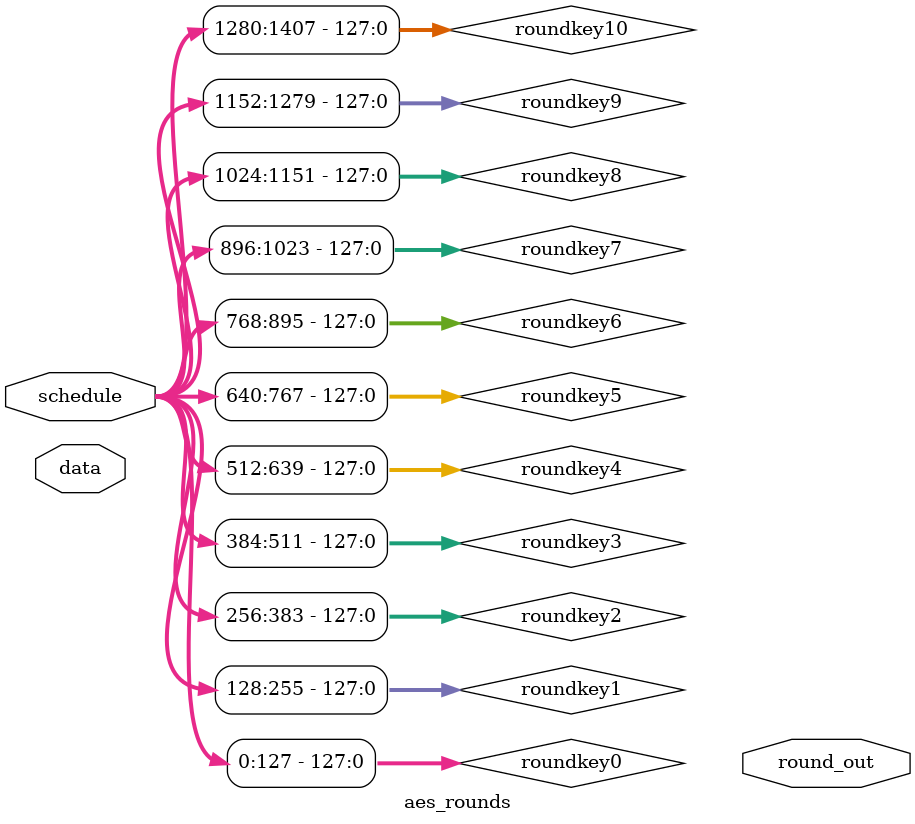
<source format=sv>

module aes_rounds
  (
   input [0:1407] schedule,
   input [0:127] data,
   output [0:127] round_out
   );
   
   logic [0:127]  roundkey0, roundkey1, roundkey2, roundkey3, roundkey4, roundkey5, 
		  roundkey6, roundkey7, roundkey8, roundkey9, roundkey10;
   logic [0:127]  sub1, sub2, sub3, sub4, sub5, sub6, sub7, sub8, sub9;
   logic [0:127]  shift1, shift2, shift3, shift4, shift5, shift6, shift7, shift8, shift9;
   logic [0:127]  mix1, mix2, mix4, mix5, mix6, mix7, mix8, mix9;
   logic [0:127]  add0, add1, add2, add3, add4, add5, add6, add7, add8, add9;
   
   assign roundkey0 = schedule[0:127];
   assign roundkey1 = schedule[127:255];
   assign roundkey2 = schedule[256:383];
   assign roundkey3 = schedule[384:511];
   assign roundkey4 = schedule[512:639];
   assign roundkey5 = schedule[640:767];
   assign roundkey6 = schedule[768:895];
   assign roundkey7 = schedule[896:1023];
   assign roundkey8 = schedule[1024:1151];
   assign roundkey9 = schedule[1152:1279];
   assign roundkey10 = schedule[1280:1407];

   // Initial round key
   addRoundKey add_0 ( .inData(data), .roundKey(roundkey0), .outData(add0));

   // Round 1
   subBytes sub_1 (.inData(add0), .outData(sub1));
   shiftRows shift_1 (.inData(sub1), .outData(shift1));
   mixColumns mix_1 (.inData(shift1), .outData(mix1));
   addRoundKey add_1 (.inData(mix1), .outData(add1));
    
   
endmodule // aes_rounds
</source>
